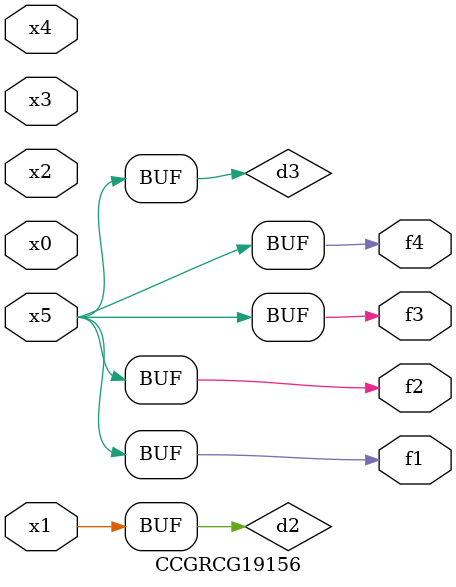
<source format=v>
module CCGRCG19156(
	input x0, x1, x2, x3, x4, x5,
	output f1, f2, f3, f4
);

	wire d1, d2, d3;

	not (d1, x5);
	or (d2, x1);
	xnor (d3, d1);
	assign f1 = d3;
	assign f2 = d3;
	assign f3 = d3;
	assign f4 = d3;
endmodule

</source>
